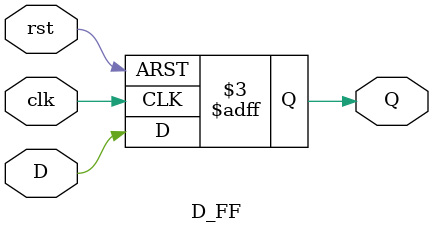
<source format=v>
`timescale 10ns / 1ps
module MOORE(
    input clk,
    input rst,
    input X,
    output y
    );
     wire DA, DB, QA, QB;
    
    assign DA = (QA&X) | (QB&X);
    assign DB = (QA&X) | (~QB&X);
    D_FF FF1(.clk(clk), .rst(rst), .D(DA), .Q(QA));
    D_FF FF2(.clk(clk), .rst(rst), .D(DB), .Q(QB));
    assign y = QA&QB;
    
endmodule

module D_FF(
    input clk,
    input D,
    input rst,
    output reg Q
    );
    
    initial begin
    Q=1;
    end 
    
    always @ (posedge clk or posedge rst )
    begin
    if(rst)
    Q<=0;
    else
    Q<=D;
    end
endmodule

</source>
